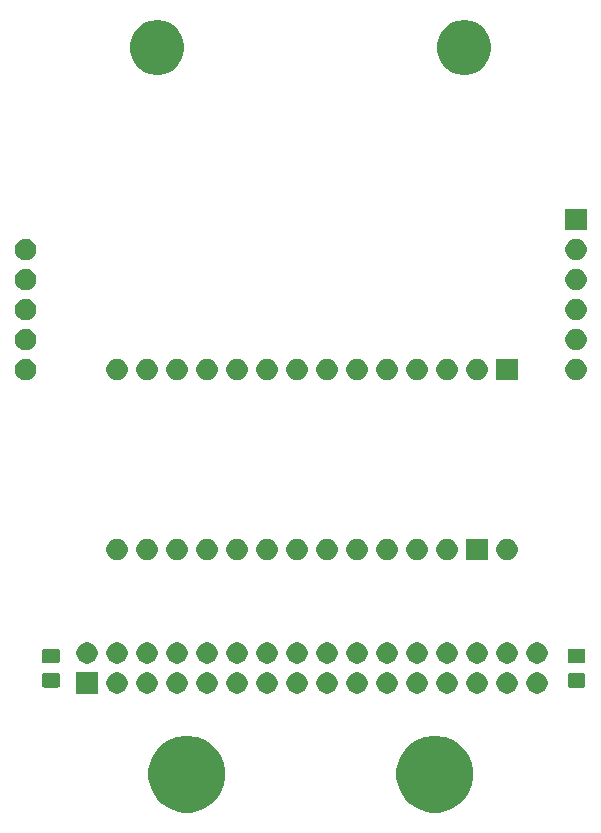
<source format=gbr>
G04 #@! TF.GenerationSoftware,KiCad,Pcbnew,(5.1.5)-3*
G04 #@! TF.CreationDate,2022-01-30T10:55:24+01:00*
G04 #@! TF.ProjectId,pcb,7063622e-6b69-4636-9164-5f7063625858,rev?*
G04 #@! TF.SameCoordinates,Original*
G04 #@! TF.FileFunction,Soldermask,Top*
G04 #@! TF.FilePolarity,Negative*
%FSLAX46Y46*%
G04 Gerber Fmt 4.6, Leading zero omitted, Abs format (unit mm)*
G04 Created by KiCad (PCBNEW (5.1.5)-3) date 2022-01-30 10:55:24*
%MOMM*%
%LPD*%
G04 APERTURE LIST*
%ADD10C,0.100000*%
G04 APERTURE END LIST*
D10*
G36*
X73634239Y-133311467D02*
G01*
X73948282Y-133373934D01*
X74539926Y-133619001D01*
X75072392Y-133974784D01*
X75525216Y-134427608D01*
X75880999Y-134960074D01*
X76126066Y-135551718D01*
X76251000Y-136179804D01*
X76251000Y-136820196D01*
X76126066Y-137448282D01*
X75880999Y-138039926D01*
X75525216Y-138572392D01*
X75072392Y-139025216D01*
X74539926Y-139380999D01*
X73948282Y-139626066D01*
X73634239Y-139688533D01*
X73320197Y-139751000D01*
X72679803Y-139751000D01*
X72365761Y-139688533D01*
X72051718Y-139626066D01*
X71460074Y-139380999D01*
X70927608Y-139025216D01*
X70474784Y-138572392D01*
X70119001Y-138039926D01*
X69873934Y-137448282D01*
X69749000Y-136820196D01*
X69749000Y-136179804D01*
X69873934Y-135551718D01*
X70119001Y-134960074D01*
X70474784Y-134427608D01*
X70927608Y-133974784D01*
X71460074Y-133619001D01*
X72051718Y-133373934D01*
X72365761Y-133311467D01*
X72679803Y-133249000D01*
X73320197Y-133249000D01*
X73634239Y-133311467D01*
G37*
G36*
X52634239Y-133311467D02*
G01*
X52948282Y-133373934D01*
X53539926Y-133619001D01*
X54072392Y-133974784D01*
X54525216Y-134427608D01*
X54880999Y-134960074D01*
X55126066Y-135551718D01*
X55251000Y-136179804D01*
X55251000Y-136820196D01*
X55126066Y-137448282D01*
X54880999Y-138039926D01*
X54525216Y-138572392D01*
X54072392Y-139025216D01*
X53539926Y-139380999D01*
X52948282Y-139626066D01*
X52634239Y-139688533D01*
X52320197Y-139751000D01*
X51679803Y-139751000D01*
X51365761Y-139688533D01*
X51051718Y-139626066D01*
X50460074Y-139380999D01*
X49927608Y-139025216D01*
X49474784Y-138572392D01*
X49119001Y-138039926D01*
X48873934Y-137448282D01*
X48749000Y-136820196D01*
X48749000Y-136179804D01*
X48873934Y-135551718D01*
X49119001Y-134960074D01*
X49474784Y-134427608D01*
X49927608Y-133974784D01*
X50460074Y-133619001D01*
X51051718Y-133373934D01*
X51365761Y-133311467D01*
X51679803Y-133249000D01*
X52320197Y-133249000D01*
X52634239Y-133311467D01*
G37*
G36*
X56374512Y-127881927D02*
G01*
X56523812Y-127911624D01*
X56687784Y-127979544D01*
X56835354Y-128078147D01*
X56960853Y-128203646D01*
X57059456Y-128351216D01*
X57127376Y-128515188D01*
X57162000Y-128689259D01*
X57162000Y-128866741D01*
X57127376Y-129040812D01*
X57059456Y-129204784D01*
X56960853Y-129352354D01*
X56835354Y-129477853D01*
X56687784Y-129576456D01*
X56523812Y-129644376D01*
X56374512Y-129674073D01*
X56349742Y-129679000D01*
X56172258Y-129679000D01*
X56147488Y-129674073D01*
X55998188Y-129644376D01*
X55834216Y-129576456D01*
X55686646Y-129477853D01*
X55561147Y-129352354D01*
X55462544Y-129204784D01*
X55394624Y-129040812D01*
X55360000Y-128866741D01*
X55360000Y-128689259D01*
X55394624Y-128515188D01*
X55462544Y-128351216D01*
X55561147Y-128203646D01*
X55686646Y-128078147D01*
X55834216Y-127979544D01*
X55998188Y-127911624D01*
X56147488Y-127881927D01*
X56172258Y-127877000D01*
X56349742Y-127877000D01*
X56374512Y-127881927D01*
G37*
G36*
X79234512Y-127881927D02*
G01*
X79383812Y-127911624D01*
X79547784Y-127979544D01*
X79695354Y-128078147D01*
X79820853Y-128203646D01*
X79919456Y-128351216D01*
X79987376Y-128515188D01*
X80022000Y-128689259D01*
X80022000Y-128866741D01*
X79987376Y-129040812D01*
X79919456Y-129204784D01*
X79820853Y-129352354D01*
X79695354Y-129477853D01*
X79547784Y-129576456D01*
X79383812Y-129644376D01*
X79234512Y-129674073D01*
X79209742Y-129679000D01*
X79032258Y-129679000D01*
X79007488Y-129674073D01*
X78858188Y-129644376D01*
X78694216Y-129576456D01*
X78546646Y-129477853D01*
X78421147Y-129352354D01*
X78322544Y-129204784D01*
X78254624Y-129040812D01*
X78220000Y-128866741D01*
X78220000Y-128689259D01*
X78254624Y-128515188D01*
X78322544Y-128351216D01*
X78421147Y-128203646D01*
X78546646Y-128078147D01*
X78694216Y-127979544D01*
X78858188Y-127911624D01*
X79007488Y-127881927D01*
X79032258Y-127877000D01*
X79209742Y-127877000D01*
X79234512Y-127881927D01*
G37*
G36*
X46214512Y-127881927D02*
G01*
X46363812Y-127911624D01*
X46527784Y-127979544D01*
X46675354Y-128078147D01*
X46800853Y-128203646D01*
X46899456Y-128351216D01*
X46967376Y-128515188D01*
X47002000Y-128689259D01*
X47002000Y-128866741D01*
X46967376Y-129040812D01*
X46899456Y-129204784D01*
X46800853Y-129352354D01*
X46675354Y-129477853D01*
X46527784Y-129576456D01*
X46363812Y-129644376D01*
X46214512Y-129674073D01*
X46189742Y-129679000D01*
X46012258Y-129679000D01*
X45987488Y-129674073D01*
X45838188Y-129644376D01*
X45674216Y-129576456D01*
X45526646Y-129477853D01*
X45401147Y-129352354D01*
X45302544Y-129204784D01*
X45234624Y-129040812D01*
X45200000Y-128866741D01*
X45200000Y-128689259D01*
X45234624Y-128515188D01*
X45302544Y-128351216D01*
X45401147Y-128203646D01*
X45526646Y-128078147D01*
X45674216Y-127979544D01*
X45838188Y-127911624D01*
X45987488Y-127881927D01*
X46012258Y-127877000D01*
X46189742Y-127877000D01*
X46214512Y-127881927D01*
G37*
G36*
X76694512Y-127881927D02*
G01*
X76843812Y-127911624D01*
X77007784Y-127979544D01*
X77155354Y-128078147D01*
X77280853Y-128203646D01*
X77379456Y-128351216D01*
X77447376Y-128515188D01*
X77482000Y-128689259D01*
X77482000Y-128866741D01*
X77447376Y-129040812D01*
X77379456Y-129204784D01*
X77280853Y-129352354D01*
X77155354Y-129477853D01*
X77007784Y-129576456D01*
X76843812Y-129644376D01*
X76694512Y-129674073D01*
X76669742Y-129679000D01*
X76492258Y-129679000D01*
X76467488Y-129674073D01*
X76318188Y-129644376D01*
X76154216Y-129576456D01*
X76006646Y-129477853D01*
X75881147Y-129352354D01*
X75782544Y-129204784D01*
X75714624Y-129040812D01*
X75680000Y-128866741D01*
X75680000Y-128689259D01*
X75714624Y-128515188D01*
X75782544Y-128351216D01*
X75881147Y-128203646D01*
X76006646Y-128078147D01*
X76154216Y-127979544D01*
X76318188Y-127911624D01*
X76467488Y-127881927D01*
X76492258Y-127877000D01*
X76669742Y-127877000D01*
X76694512Y-127881927D01*
G37*
G36*
X71614512Y-127881927D02*
G01*
X71763812Y-127911624D01*
X71927784Y-127979544D01*
X72075354Y-128078147D01*
X72200853Y-128203646D01*
X72299456Y-128351216D01*
X72367376Y-128515188D01*
X72402000Y-128689259D01*
X72402000Y-128866741D01*
X72367376Y-129040812D01*
X72299456Y-129204784D01*
X72200853Y-129352354D01*
X72075354Y-129477853D01*
X71927784Y-129576456D01*
X71763812Y-129644376D01*
X71614512Y-129674073D01*
X71589742Y-129679000D01*
X71412258Y-129679000D01*
X71387488Y-129674073D01*
X71238188Y-129644376D01*
X71074216Y-129576456D01*
X70926646Y-129477853D01*
X70801147Y-129352354D01*
X70702544Y-129204784D01*
X70634624Y-129040812D01*
X70600000Y-128866741D01*
X70600000Y-128689259D01*
X70634624Y-128515188D01*
X70702544Y-128351216D01*
X70801147Y-128203646D01*
X70926646Y-128078147D01*
X71074216Y-127979544D01*
X71238188Y-127911624D01*
X71387488Y-127881927D01*
X71412258Y-127877000D01*
X71589742Y-127877000D01*
X71614512Y-127881927D01*
G37*
G36*
X58914512Y-127881927D02*
G01*
X59063812Y-127911624D01*
X59227784Y-127979544D01*
X59375354Y-128078147D01*
X59500853Y-128203646D01*
X59599456Y-128351216D01*
X59667376Y-128515188D01*
X59702000Y-128689259D01*
X59702000Y-128866741D01*
X59667376Y-129040812D01*
X59599456Y-129204784D01*
X59500853Y-129352354D01*
X59375354Y-129477853D01*
X59227784Y-129576456D01*
X59063812Y-129644376D01*
X58914512Y-129674073D01*
X58889742Y-129679000D01*
X58712258Y-129679000D01*
X58687488Y-129674073D01*
X58538188Y-129644376D01*
X58374216Y-129576456D01*
X58226646Y-129477853D01*
X58101147Y-129352354D01*
X58002544Y-129204784D01*
X57934624Y-129040812D01*
X57900000Y-128866741D01*
X57900000Y-128689259D01*
X57934624Y-128515188D01*
X58002544Y-128351216D01*
X58101147Y-128203646D01*
X58226646Y-128078147D01*
X58374216Y-127979544D01*
X58538188Y-127911624D01*
X58687488Y-127881927D01*
X58712258Y-127877000D01*
X58889742Y-127877000D01*
X58914512Y-127881927D01*
G37*
G36*
X53834512Y-127881927D02*
G01*
X53983812Y-127911624D01*
X54147784Y-127979544D01*
X54295354Y-128078147D01*
X54420853Y-128203646D01*
X54519456Y-128351216D01*
X54587376Y-128515188D01*
X54622000Y-128689259D01*
X54622000Y-128866741D01*
X54587376Y-129040812D01*
X54519456Y-129204784D01*
X54420853Y-129352354D01*
X54295354Y-129477853D01*
X54147784Y-129576456D01*
X53983812Y-129644376D01*
X53834512Y-129674073D01*
X53809742Y-129679000D01*
X53632258Y-129679000D01*
X53607488Y-129674073D01*
X53458188Y-129644376D01*
X53294216Y-129576456D01*
X53146646Y-129477853D01*
X53021147Y-129352354D01*
X52922544Y-129204784D01*
X52854624Y-129040812D01*
X52820000Y-128866741D01*
X52820000Y-128689259D01*
X52854624Y-128515188D01*
X52922544Y-128351216D01*
X53021147Y-128203646D01*
X53146646Y-128078147D01*
X53294216Y-127979544D01*
X53458188Y-127911624D01*
X53607488Y-127881927D01*
X53632258Y-127877000D01*
X53809742Y-127877000D01*
X53834512Y-127881927D01*
G37*
G36*
X48754512Y-127881927D02*
G01*
X48903812Y-127911624D01*
X49067784Y-127979544D01*
X49215354Y-128078147D01*
X49340853Y-128203646D01*
X49439456Y-128351216D01*
X49507376Y-128515188D01*
X49542000Y-128689259D01*
X49542000Y-128866741D01*
X49507376Y-129040812D01*
X49439456Y-129204784D01*
X49340853Y-129352354D01*
X49215354Y-129477853D01*
X49067784Y-129576456D01*
X48903812Y-129644376D01*
X48754512Y-129674073D01*
X48729742Y-129679000D01*
X48552258Y-129679000D01*
X48527488Y-129674073D01*
X48378188Y-129644376D01*
X48214216Y-129576456D01*
X48066646Y-129477853D01*
X47941147Y-129352354D01*
X47842544Y-129204784D01*
X47774624Y-129040812D01*
X47740000Y-128866741D01*
X47740000Y-128689259D01*
X47774624Y-128515188D01*
X47842544Y-128351216D01*
X47941147Y-128203646D01*
X48066646Y-128078147D01*
X48214216Y-127979544D01*
X48378188Y-127911624D01*
X48527488Y-127881927D01*
X48552258Y-127877000D01*
X48729742Y-127877000D01*
X48754512Y-127881927D01*
G37*
G36*
X74154512Y-127881927D02*
G01*
X74303812Y-127911624D01*
X74467784Y-127979544D01*
X74615354Y-128078147D01*
X74740853Y-128203646D01*
X74839456Y-128351216D01*
X74907376Y-128515188D01*
X74942000Y-128689259D01*
X74942000Y-128866741D01*
X74907376Y-129040812D01*
X74839456Y-129204784D01*
X74740853Y-129352354D01*
X74615354Y-129477853D01*
X74467784Y-129576456D01*
X74303812Y-129644376D01*
X74154512Y-129674073D01*
X74129742Y-129679000D01*
X73952258Y-129679000D01*
X73927488Y-129674073D01*
X73778188Y-129644376D01*
X73614216Y-129576456D01*
X73466646Y-129477853D01*
X73341147Y-129352354D01*
X73242544Y-129204784D01*
X73174624Y-129040812D01*
X73140000Y-128866741D01*
X73140000Y-128689259D01*
X73174624Y-128515188D01*
X73242544Y-128351216D01*
X73341147Y-128203646D01*
X73466646Y-128078147D01*
X73614216Y-127979544D01*
X73778188Y-127911624D01*
X73927488Y-127881927D01*
X73952258Y-127877000D01*
X74129742Y-127877000D01*
X74154512Y-127881927D01*
G37*
G36*
X81774512Y-127881927D02*
G01*
X81923812Y-127911624D01*
X82087784Y-127979544D01*
X82235354Y-128078147D01*
X82360853Y-128203646D01*
X82459456Y-128351216D01*
X82527376Y-128515188D01*
X82562000Y-128689259D01*
X82562000Y-128866741D01*
X82527376Y-129040812D01*
X82459456Y-129204784D01*
X82360853Y-129352354D01*
X82235354Y-129477853D01*
X82087784Y-129576456D01*
X81923812Y-129644376D01*
X81774512Y-129674073D01*
X81749742Y-129679000D01*
X81572258Y-129679000D01*
X81547488Y-129674073D01*
X81398188Y-129644376D01*
X81234216Y-129576456D01*
X81086646Y-129477853D01*
X80961147Y-129352354D01*
X80862544Y-129204784D01*
X80794624Y-129040812D01*
X80760000Y-128866741D01*
X80760000Y-128689259D01*
X80794624Y-128515188D01*
X80862544Y-128351216D01*
X80961147Y-128203646D01*
X81086646Y-128078147D01*
X81234216Y-127979544D01*
X81398188Y-127911624D01*
X81547488Y-127881927D01*
X81572258Y-127877000D01*
X81749742Y-127877000D01*
X81774512Y-127881927D01*
G37*
G36*
X63994512Y-127881927D02*
G01*
X64143812Y-127911624D01*
X64307784Y-127979544D01*
X64455354Y-128078147D01*
X64580853Y-128203646D01*
X64679456Y-128351216D01*
X64747376Y-128515188D01*
X64782000Y-128689259D01*
X64782000Y-128866741D01*
X64747376Y-129040812D01*
X64679456Y-129204784D01*
X64580853Y-129352354D01*
X64455354Y-129477853D01*
X64307784Y-129576456D01*
X64143812Y-129644376D01*
X63994512Y-129674073D01*
X63969742Y-129679000D01*
X63792258Y-129679000D01*
X63767488Y-129674073D01*
X63618188Y-129644376D01*
X63454216Y-129576456D01*
X63306646Y-129477853D01*
X63181147Y-129352354D01*
X63082544Y-129204784D01*
X63014624Y-129040812D01*
X62980000Y-128866741D01*
X62980000Y-128689259D01*
X63014624Y-128515188D01*
X63082544Y-128351216D01*
X63181147Y-128203646D01*
X63306646Y-128078147D01*
X63454216Y-127979544D01*
X63618188Y-127911624D01*
X63767488Y-127881927D01*
X63792258Y-127877000D01*
X63969742Y-127877000D01*
X63994512Y-127881927D01*
G37*
G36*
X51294512Y-127881927D02*
G01*
X51443812Y-127911624D01*
X51607784Y-127979544D01*
X51755354Y-128078147D01*
X51880853Y-128203646D01*
X51979456Y-128351216D01*
X52047376Y-128515188D01*
X52082000Y-128689259D01*
X52082000Y-128866741D01*
X52047376Y-129040812D01*
X51979456Y-129204784D01*
X51880853Y-129352354D01*
X51755354Y-129477853D01*
X51607784Y-129576456D01*
X51443812Y-129644376D01*
X51294512Y-129674073D01*
X51269742Y-129679000D01*
X51092258Y-129679000D01*
X51067488Y-129674073D01*
X50918188Y-129644376D01*
X50754216Y-129576456D01*
X50606646Y-129477853D01*
X50481147Y-129352354D01*
X50382544Y-129204784D01*
X50314624Y-129040812D01*
X50280000Y-128866741D01*
X50280000Y-128689259D01*
X50314624Y-128515188D01*
X50382544Y-128351216D01*
X50481147Y-128203646D01*
X50606646Y-128078147D01*
X50754216Y-127979544D01*
X50918188Y-127911624D01*
X51067488Y-127881927D01*
X51092258Y-127877000D01*
X51269742Y-127877000D01*
X51294512Y-127881927D01*
G37*
G36*
X44462000Y-129679000D02*
G01*
X42660000Y-129679000D01*
X42660000Y-127877000D01*
X44462000Y-127877000D01*
X44462000Y-129679000D01*
G37*
G36*
X69074512Y-127881927D02*
G01*
X69223812Y-127911624D01*
X69387784Y-127979544D01*
X69535354Y-128078147D01*
X69660853Y-128203646D01*
X69759456Y-128351216D01*
X69827376Y-128515188D01*
X69862000Y-128689259D01*
X69862000Y-128866741D01*
X69827376Y-129040812D01*
X69759456Y-129204784D01*
X69660853Y-129352354D01*
X69535354Y-129477853D01*
X69387784Y-129576456D01*
X69223812Y-129644376D01*
X69074512Y-129674073D01*
X69049742Y-129679000D01*
X68872258Y-129679000D01*
X68847488Y-129674073D01*
X68698188Y-129644376D01*
X68534216Y-129576456D01*
X68386646Y-129477853D01*
X68261147Y-129352354D01*
X68162544Y-129204784D01*
X68094624Y-129040812D01*
X68060000Y-128866741D01*
X68060000Y-128689259D01*
X68094624Y-128515188D01*
X68162544Y-128351216D01*
X68261147Y-128203646D01*
X68386646Y-128078147D01*
X68534216Y-127979544D01*
X68698188Y-127911624D01*
X68847488Y-127881927D01*
X68872258Y-127877000D01*
X69049742Y-127877000D01*
X69074512Y-127881927D01*
G37*
G36*
X61454512Y-127881927D02*
G01*
X61603812Y-127911624D01*
X61767784Y-127979544D01*
X61915354Y-128078147D01*
X62040853Y-128203646D01*
X62139456Y-128351216D01*
X62207376Y-128515188D01*
X62242000Y-128689259D01*
X62242000Y-128866741D01*
X62207376Y-129040812D01*
X62139456Y-129204784D01*
X62040853Y-129352354D01*
X61915354Y-129477853D01*
X61767784Y-129576456D01*
X61603812Y-129644376D01*
X61454512Y-129674073D01*
X61429742Y-129679000D01*
X61252258Y-129679000D01*
X61227488Y-129674073D01*
X61078188Y-129644376D01*
X60914216Y-129576456D01*
X60766646Y-129477853D01*
X60641147Y-129352354D01*
X60542544Y-129204784D01*
X60474624Y-129040812D01*
X60440000Y-128866741D01*
X60440000Y-128689259D01*
X60474624Y-128515188D01*
X60542544Y-128351216D01*
X60641147Y-128203646D01*
X60766646Y-128078147D01*
X60914216Y-127979544D01*
X61078188Y-127911624D01*
X61227488Y-127881927D01*
X61252258Y-127877000D01*
X61429742Y-127877000D01*
X61454512Y-127881927D01*
G37*
G36*
X66534512Y-127881927D02*
G01*
X66683812Y-127911624D01*
X66847784Y-127979544D01*
X66995354Y-128078147D01*
X67120853Y-128203646D01*
X67219456Y-128351216D01*
X67287376Y-128515188D01*
X67322000Y-128689259D01*
X67322000Y-128866741D01*
X67287376Y-129040812D01*
X67219456Y-129204784D01*
X67120853Y-129352354D01*
X66995354Y-129477853D01*
X66847784Y-129576456D01*
X66683812Y-129644376D01*
X66534512Y-129674073D01*
X66509742Y-129679000D01*
X66332258Y-129679000D01*
X66307488Y-129674073D01*
X66158188Y-129644376D01*
X65994216Y-129576456D01*
X65846646Y-129477853D01*
X65721147Y-129352354D01*
X65622544Y-129204784D01*
X65554624Y-129040812D01*
X65520000Y-128866741D01*
X65520000Y-128689259D01*
X65554624Y-128515188D01*
X65622544Y-128351216D01*
X65721147Y-128203646D01*
X65846646Y-128078147D01*
X65994216Y-127979544D01*
X66158188Y-127911624D01*
X66307488Y-127881927D01*
X66332258Y-127877000D01*
X66509742Y-127877000D01*
X66534512Y-127881927D01*
G37*
G36*
X41088674Y-127928465D02*
G01*
X41126367Y-127939899D01*
X41161103Y-127958466D01*
X41191548Y-127983452D01*
X41216534Y-128013897D01*
X41235101Y-128048633D01*
X41246535Y-128086326D01*
X41251000Y-128131661D01*
X41251000Y-128968339D01*
X41246535Y-129013674D01*
X41235101Y-129051367D01*
X41216534Y-129086103D01*
X41191548Y-129116548D01*
X41161103Y-129141534D01*
X41126367Y-129160101D01*
X41088674Y-129171535D01*
X41043339Y-129176000D01*
X39956661Y-129176000D01*
X39911326Y-129171535D01*
X39873633Y-129160101D01*
X39838897Y-129141534D01*
X39808452Y-129116548D01*
X39783466Y-129086103D01*
X39764899Y-129051367D01*
X39753465Y-129013674D01*
X39749000Y-128968339D01*
X39749000Y-128131661D01*
X39753465Y-128086326D01*
X39764899Y-128048633D01*
X39783466Y-128013897D01*
X39808452Y-127983452D01*
X39838897Y-127958466D01*
X39873633Y-127939899D01*
X39911326Y-127928465D01*
X39956661Y-127924000D01*
X41043339Y-127924000D01*
X41088674Y-127928465D01*
G37*
G36*
X85588674Y-127928465D02*
G01*
X85626367Y-127939899D01*
X85661103Y-127958466D01*
X85691548Y-127983452D01*
X85716534Y-128013897D01*
X85735101Y-128048633D01*
X85746535Y-128086326D01*
X85751000Y-128131661D01*
X85751000Y-128968339D01*
X85746535Y-129013674D01*
X85735101Y-129051367D01*
X85716534Y-129086103D01*
X85691548Y-129116548D01*
X85661103Y-129141534D01*
X85626367Y-129160101D01*
X85588674Y-129171535D01*
X85543339Y-129176000D01*
X84456661Y-129176000D01*
X84411326Y-129171535D01*
X84373633Y-129160101D01*
X84338897Y-129141534D01*
X84308452Y-129116548D01*
X84283466Y-129086103D01*
X84264899Y-129051367D01*
X84253465Y-129013674D01*
X84249000Y-128968339D01*
X84249000Y-128131661D01*
X84253465Y-128086326D01*
X84264899Y-128048633D01*
X84283466Y-128013897D01*
X84308452Y-127983452D01*
X84338897Y-127958466D01*
X84373633Y-127939899D01*
X84411326Y-127928465D01*
X84456661Y-127924000D01*
X85543339Y-127924000D01*
X85588674Y-127928465D01*
G37*
G36*
X81774512Y-125341927D02*
G01*
X81923812Y-125371624D01*
X82087784Y-125439544D01*
X82235354Y-125538147D01*
X82360853Y-125663646D01*
X82459456Y-125811216D01*
X82527376Y-125975188D01*
X82562000Y-126149259D01*
X82562000Y-126326741D01*
X82527376Y-126500812D01*
X82459456Y-126664784D01*
X82360853Y-126812354D01*
X82235354Y-126937853D01*
X82087784Y-127036456D01*
X81923812Y-127104376D01*
X81774512Y-127134073D01*
X81749742Y-127139000D01*
X81572258Y-127139000D01*
X81547488Y-127134073D01*
X81398188Y-127104376D01*
X81234216Y-127036456D01*
X81086646Y-126937853D01*
X80961147Y-126812354D01*
X80862544Y-126664784D01*
X80794624Y-126500812D01*
X80760000Y-126326741D01*
X80760000Y-126149259D01*
X80794624Y-125975188D01*
X80862544Y-125811216D01*
X80961147Y-125663646D01*
X81086646Y-125538147D01*
X81234216Y-125439544D01*
X81398188Y-125371624D01*
X81547488Y-125341927D01*
X81572258Y-125337000D01*
X81749742Y-125337000D01*
X81774512Y-125341927D01*
G37*
G36*
X43674512Y-125341927D02*
G01*
X43823812Y-125371624D01*
X43987784Y-125439544D01*
X44135354Y-125538147D01*
X44260853Y-125663646D01*
X44359456Y-125811216D01*
X44427376Y-125975188D01*
X44462000Y-126149259D01*
X44462000Y-126326741D01*
X44427376Y-126500812D01*
X44359456Y-126664784D01*
X44260853Y-126812354D01*
X44135354Y-126937853D01*
X43987784Y-127036456D01*
X43823812Y-127104376D01*
X43674512Y-127134073D01*
X43649742Y-127139000D01*
X43472258Y-127139000D01*
X43447488Y-127134073D01*
X43298188Y-127104376D01*
X43134216Y-127036456D01*
X42986646Y-126937853D01*
X42861147Y-126812354D01*
X42762544Y-126664784D01*
X42694624Y-126500812D01*
X42660000Y-126326741D01*
X42660000Y-126149259D01*
X42694624Y-125975188D01*
X42762544Y-125811216D01*
X42861147Y-125663646D01*
X42986646Y-125538147D01*
X43134216Y-125439544D01*
X43298188Y-125371624D01*
X43447488Y-125341927D01*
X43472258Y-125337000D01*
X43649742Y-125337000D01*
X43674512Y-125341927D01*
G37*
G36*
X46214512Y-125341927D02*
G01*
X46363812Y-125371624D01*
X46527784Y-125439544D01*
X46675354Y-125538147D01*
X46800853Y-125663646D01*
X46899456Y-125811216D01*
X46967376Y-125975188D01*
X47002000Y-126149259D01*
X47002000Y-126326741D01*
X46967376Y-126500812D01*
X46899456Y-126664784D01*
X46800853Y-126812354D01*
X46675354Y-126937853D01*
X46527784Y-127036456D01*
X46363812Y-127104376D01*
X46214512Y-127134073D01*
X46189742Y-127139000D01*
X46012258Y-127139000D01*
X45987488Y-127134073D01*
X45838188Y-127104376D01*
X45674216Y-127036456D01*
X45526646Y-126937853D01*
X45401147Y-126812354D01*
X45302544Y-126664784D01*
X45234624Y-126500812D01*
X45200000Y-126326741D01*
X45200000Y-126149259D01*
X45234624Y-125975188D01*
X45302544Y-125811216D01*
X45401147Y-125663646D01*
X45526646Y-125538147D01*
X45674216Y-125439544D01*
X45838188Y-125371624D01*
X45987488Y-125341927D01*
X46012258Y-125337000D01*
X46189742Y-125337000D01*
X46214512Y-125341927D01*
G37*
G36*
X48754512Y-125341927D02*
G01*
X48903812Y-125371624D01*
X49067784Y-125439544D01*
X49215354Y-125538147D01*
X49340853Y-125663646D01*
X49439456Y-125811216D01*
X49507376Y-125975188D01*
X49542000Y-126149259D01*
X49542000Y-126326741D01*
X49507376Y-126500812D01*
X49439456Y-126664784D01*
X49340853Y-126812354D01*
X49215354Y-126937853D01*
X49067784Y-127036456D01*
X48903812Y-127104376D01*
X48754512Y-127134073D01*
X48729742Y-127139000D01*
X48552258Y-127139000D01*
X48527488Y-127134073D01*
X48378188Y-127104376D01*
X48214216Y-127036456D01*
X48066646Y-126937853D01*
X47941147Y-126812354D01*
X47842544Y-126664784D01*
X47774624Y-126500812D01*
X47740000Y-126326741D01*
X47740000Y-126149259D01*
X47774624Y-125975188D01*
X47842544Y-125811216D01*
X47941147Y-125663646D01*
X48066646Y-125538147D01*
X48214216Y-125439544D01*
X48378188Y-125371624D01*
X48527488Y-125341927D01*
X48552258Y-125337000D01*
X48729742Y-125337000D01*
X48754512Y-125341927D01*
G37*
G36*
X51294512Y-125341927D02*
G01*
X51443812Y-125371624D01*
X51607784Y-125439544D01*
X51755354Y-125538147D01*
X51880853Y-125663646D01*
X51979456Y-125811216D01*
X52047376Y-125975188D01*
X52082000Y-126149259D01*
X52082000Y-126326741D01*
X52047376Y-126500812D01*
X51979456Y-126664784D01*
X51880853Y-126812354D01*
X51755354Y-126937853D01*
X51607784Y-127036456D01*
X51443812Y-127104376D01*
X51294512Y-127134073D01*
X51269742Y-127139000D01*
X51092258Y-127139000D01*
X51067488Y-127134073D01*
X50918188Y-127104376D01*
X50754216Y-127036456D01*
X50606646Y-126937853D01*
X50481147Y-126812354D01*
X50382544Y-126664784D01*
X50314624Y-126500812D01*
X50280000Y-126326741D01*
X50280000Y-126149259D01*
X50314624Y-125975188D01*
X50382544Y-125811216D01*
X50481147Y-125663646D01*
X50606646Y-125538147D01*
X50754216Y-125439544D01*
X50918188Y-125371624D01*
X51067488Y-125341927D01*
X51092258Y-125337000D01*
X51269742Y-125337000D01*
X51294512Y-125341927D01*
G37*
G36*
X53834512Y-125341927D02*
G01*
X53983812Y-125371624D01*
X54147784Y-125439544D01*
X54295354Y-125538147D01*
X54420853Y-125663646D01*
X54519456Y-125811216D01*
X54587376Y-125975188D01*
X54622000Y-126149259D01*
X54622000Y-126326741D01*
X54587376Y-126500812D01*
X54519456Y-126664784D01*
X54420853Y-126812354D01*
X54295354Y-126937853D01*
X54147784Y-127036456D01*
X53983812Y-127104376D01*
X53834512Y-127134073D01*
X53809742Y-127139000D01*
X53632258Y-127139000D01*
X53607488Y-127134073D01*
X53458188Y-127104376D01*
X53294216Y-127036456D01*
X53146646Y-126937853D01*
X53021147Y-126812354D01*
X52922544Y-126664784D01*
X52854624Y-126500812D01*
X52820000Y-126326741D01*
X52820000Y-126149259D01*
X52854624Y-125975188D01*
X52922544Y-125811216D01*
X53021147Y-125663646D01*
X53146646Y-125538147D01*
X53294216Y-125439544D01*
X53458188Y-125371624D01*
X53607488Y-125341927D01*
X53632258Y-125337000D01*
X53809742Y-125337000D01*
X53834512Y-125341927D01*
G37*
G36*
X56374512Y-125341927D02*
G01*
X56523812Y-125371624D01*
X56687784Y-125439544D01*
X56835354Y-125538147D01*
X56960853Y-125663646D01*
X57059456Y-125811216D01*
X57127376Y-125975188D01*
X57162000Y-126149259D01*
X57162000Y-126326741D01*
X57127376Y-126500812D01*
X57059456Y-126664784D01*
X56960853Y-126812354D01*
X56835354Y-126937853D01*
X56687784Y-127036456D01*
X56523812Y-127104376D01*
X56374512Y-127134073D01*
X56349742Y-127139000D01*
X56172258Y-127139000D01*
X56147488Y-127134073D01*
X55998188Y-127104376D01*
X55834216Y-127036456D01*
X55686646Y-126937853D01*
X55561147Y-126812354D01*
X55462544Y-126664784D01*
X55394624Y-126500812D01*
X55360000Y-126326741D01*
X55360000Y-126149259D01*
X55394624Y-125975188D01*
X55462544Y-125811216D01*
X55561147Y-125663646D01*
X55686646Y-125538147D01*
X55834216Y-125439544D01*
X55998188Y-125371624D01*
X56147488Y-125341927D01*
X56172258Y-125337000D01*
X56349742Y-125337000D01*
X56374512Y-125341927D01*
G37*
G36*
X58914512Y-125341927D02*
G01*
X59063812Y-125371624D01*
X59227784Y-125439544D01*
X59375354Y-125538147D01*
X59500853Y-125663646D01*
X59599456Y-125811216D01*
X59667376Y-125975188D01*
X59702000Y-126149259D01*
X59702000Y-126326741D01*
X59667376Y-126500812D01*
X59599456Y-126664784D01*
X59500853Y-126812354D01*
X59375354Y-126937853D01*
X59227784Y-127036456D01*
X59063812Y-127104376D01*
X58914512Y-127134073D01*
X58889742Y-127139000D01*
X58712258Y-127139000D01*
X58687488Y-127134073D01*
X58538188Y-127104376D01*
X58374216Y-127036456D01*
X58226646Y-126937853D01*
X58101147Y-126812354D01*
X58002544Y-126664784D01*
X57934624Y-126500812D01*
X57900000Y-126326741D01*
X57900000Y-126149259D01*
X57934624Y-125975188D01*
X58002544Y-125811216D01*
X58101147Y-125663646D01*
X58226646Y-125538147D01*
X58374216Y-125439544D01*
X58538188Y-125371624D01*
X58687488Y-125341927D01*
X58712258Y-125337000D01*
X58889742Y-125337000D01*
X58914512Y-125341927D01*
G37*
G36*
X63994512Y-125341927D02*
G01*
X64143812Y-125371624D01*
X64307784Y-125439544D01*
X64455354Y-125538147D01*
X64580853Y-125663646D01*
X64679456Y-125811216D01*
X64747376Y-125975188D01*
X64782000Y-126149259D01*
X64782000Y-126326741D01*
X64747376Y-126500812D01*
X64679456Y-126664784D01*
X64580853Y-126812354D01*
X64455354Y-126937853D01*
X64307784Y-127036456D01*
X64143812Y-127104376D01*
X63994512Y-127134073D01*
X63969742Y-127139000D01*
X63792258Y-127139000D01*
X63767488Y-127134073D01*
X63618188Y-127104376D01*
X63454216Y-127036456D01*
X63306646Y-126937853D01*
X63181147Y-126812354D01*
X63082544Y-126664784D01*
X63014624Y-126500812D01*
X62980000Y-126326741D01*
X62980000Y-126149259D01*
X63014624Y-125975188D01*
X63082544Y-125811216D01*
X63181147Y-125663646D01*
X63306646Y-125538147D01*
X63454216Y-125439544D01*
X63618188Y-125371624D01*
X63767488Y-125341927D01*
X63792258Y-125337000D01*
X63969742Y-125337000D01*
X63994512Y-125341927D01*
G37*
G36*
X66534512Y-125341927D02*
G01*
X66683812Y-125371624D01*
X66847784Y-125439544D01*
X66995354Y-125538147D01*
X67120853Y-125663646D01*
X67219456Y-125811216D01*
X67287376Y-125975188D01*
X67322000Y-126149259D01*
X67322000Y-126326741D01*
X67287376Y-126500812D01*
X67219456Y-126664784D01*
X67120853Y-126812354D01*
X66995354Y-126937853D01*
X66847784Y-127036456D01*
X66683812Y-127104376D01*
X66534512Y-127134073D01*
X66509742Y-127139000D01*
X66332258Y-127139000D01*
X66307488Y-127134073D01*
X66158188Y-127104376D01*
X65994216Y-127036456D01*
X65846646Y-126937853D01*
X65721147Y-126812354D01*
X65622544Y-126664784D01*
X65554624Y-126500812D01*
X65520000Y-126326741D01*
X65520000Y-126149259D01*
X65554624Y-125975188D01*
X65622544Y-125811216D01*
X65721147Y-125663646D01*
X65846646Y-125538147D01*
X65994216Y-125439544D01*
X66158188Y-125371624D01*
X66307488Y-125341927D01*
X66332258Y-125337000D01*
X66509742Y-125337000D01*
X66534512Y-125341927D01*
G37*
G36*
X69074512Y-125341927D02*
G01*
X69223812Y-125371624D01*
X69387784Y-125439544D01*
X69535354Y-125538147D01*
X69660853Y-125663646D01*
X69759456Y-125811216D01*
X69827376Y-125975188D01*
X69862000Y-126149259D01*
X69862000Y-126326741D01*
X69827376Y-126500812D01*
X69759456Y-126664784D01*
X69660853Y-126812354D01*
X69535354Y-126937853D01*
X69387784Y-127036456D01*
X69223812Y-127104376D01*
X69074512Y-127134073D01*
X69049742Y-127139000D01*
X68872258Y-127139000D01*
X68847488Y-127134073D01*
X68698188Y-127104376D01*
X68534216Y-127036456D01*
X68386646Y-126937853D01*
X68261147Y-126812354D01*
X68162544Y-126664784D01*
X68094624Y-126500812D01*
X68060000Y-126326741D01*
X68060000Y-126149259D01*
X68094624Y-125975188D01*
X68162544Y-125811216D01*
X68261147Y-125663646D01*
X68386646Y-125538147D01*
X68534216Y-125439544D01*
X68698188Y-125371624D01*
X68847488Y-125341927D01*
X68872258Y-125337000D01*
X69049742Y-125337000D01*
X69074512Y-125341927D01*
G37*
G36*
X74154512Y-125341927D02*
G01*
X74303812Y-125371624D01*
X74467784Y-125439544D01*
X74615354Y-125538147D01*
X74740853Y-125663646D01*
X74839456Y-125811216D01*
X74907376Y-125975188D01*
X74942000Y-126149259D01*
X74942000Y-126326741D01*
X74907376Y-126500812D01*
X74839456Y-126664784D01*
X74740853Y-126812354D01*
X74615354Y-126937853D01*
X74467784Y-127036456D01*
X74303812Y-127104376D01*
X74154512Y-127134073D01*
X74129742Y-127139000D01*
X73952258Y-127139000D01*
X73927488Y-127134073D01*
X73778188Y-127104376D01*
X73614216Y-127036456D01*
X73466646Y-126937853D01*
X73341147Y-126812354D01*
X73242544Y-126664784D01*
X73174624Y-126500812D01*
X73140000Y-126326741D01*
X73140000Y-126149259D01*
X73174624Y-125975188D01*
X73242544Y-125811216D01*
X73341147Y-125663646D01*
X73466646Y-125538147D01*
X73614216Y-125439544D01*
X73778188Y-125371624D01*
X73927488Y-125341927D01*
X73952258Y-125337000D01*
X74129742Y-125337000D01*
X74154512Y-125341927D01*
G37*
G36*
X79234512Y-125341927D02*
G01*
X79383812Y-125371624D01*
X79547784Y-125439544D01*
X79695354Y-125538147D01*
X79820853Y-125663646D01*
X79919456Y-125811216D01*
X79987376Y-125975188D01*
X80022000Y-126149259D01*
X80022000Y-126326741D01*
X79987376Y-126500812D01*
X79919456Y-126664784D01*
X79820853Y-126812354D01*
X79695354Y-126937853D01*
X79547784Y-127036456D01*
X79383812Y-127104376D01*
X79234512Y-127134073D01*
X79209742Y-127139000D01*
X79032258Y-127139000D01*
X79007488Y-127134073D01*
X78858188Y-127104376D01*
X78694216Y-127036456D01*
X78546646Y-126937853D01*
X78421147Y-126812354D01*
X78322544Y-126664784D01*
X78254624Y-126500812D01*
X78220000Y-126326741D01*
X78220000Y-126149259D01*
X78254624Y-125975188D01*
X78322544Y-125811216D01*
X78421147Y-125663646D01*
X78546646Y-125538147D01*
X78694216Y-125439544D01*
X78858188Y-125371624D01*
X79007488Y-125341927D01*
X79032258Y-125337000D01*
X79209742Y-125337000D01*
X79234512Y-125341927D01*
G37*
G36*
X71614512Y-125341927D02*
G01*
X71763812Y-125371624D01*
X71927784Y-125439544D01*
X72075354Y-125538147D01*
X72200853Y-125663646D01*
X72299456Y-125811216D01*
X72367376Y-125975188D01*
X72402000Y-126149259D01*
X72402000Y-126326741D01*
X72367376Y-126500812D01*
X72299456Y-126664784D01*
X72200853Y-126812354D01*
X72075354Y-126937853D01*
X71927784Y-127036456D01*
X71763812Y-127104376D01*
X71614512Y-127134073D01*
X71589742Y-127139000D01*
X71412258Y-127139000D01*
X71387488Y-127134073D01*
X71238188Y-127104376D01*
X71074216Y-127036456D01*
X70926646Y-126937853D01*
X70801147Y-126812354D01*
X70702544Y-126664784D01*
X70634624Y-126500812D01*
X70600000Y-126326741D01*
X70600000Y-126149259D01*
X70634624Y-125975188D01*
X70702544Y-125811216D01*
X70801147Y-125663646D01*
X70926646Y-125538147D01*
X71074216Y-125439544D01*
X71238188Y-125371624D01*
X71387488Y-125341927D01*
X71412258Y-125337000D01*
X71589742Y-125337000D01*
X71614512Y-125341927D01*
G37*
G36*
X76694512Y-125341927D02*
G01*
X76843812Y-125371624D01*
X77007784Y-125439544D01*
X77155354Y-125538147D01*
X77280853Y-125663646D01*
X77379456Y-125811216D01*
X77447376Y-125975188D01*
X77482000Y-126149259D01*
X77482000Y-126326741D01*
X77447376Y-126500812D01*
X77379456Y-126664784D01*
X77280853Y-126812354D01*
X77155354Y-126937853D01*
X77007784Y-127036456D01*
X76843812Y-127104376D01*
X76694512Y-127134073D01*
X76669742Y-127139000D01*
X76492258Y-127139000D01*
X76467488Y-127134073D01*
X76318188Y-127104376D01*
X76154216Y-127036456D01*
X76006646Y-126937853D01*
X75881147Y-126812354D01*
X75782544Y-126664784D01*
X75714624Y-126500812D01*
X75680000Y-126326741D01*
X75680000Y-126149259D01*
X75714624Y-125975188D01*
X75782544Y-125811216D01*
X75881147Y-125663646D01*
X76006646Y-125538147D01*
X76154216Y-125439544D01*
X76318188Y-125371624D01*
X76467488Y-125341927D01*
X76492258Y-125337000D01*
X76669742Y-125337000D01*
X76694512Y-125341927D01*
G37*
G36*
X61454512Y-125341927D02*
G01*
X61603812Y-125371624D01*
X61767784Y-125439544D01*
X61915354Y-125538147D01*
X62040853Y-125663646D01*
X62139456Y-125811216D01*
X62207376Y-125975188D01*
X62242000Y-126149259D01*
X62242000Y-126326741D01*
X62207376Y-126500812D01*
X62139456Y-126664784D01*
X62040853Y-126812354D01*
X61915354Y-126937853D01*
X61767784Y-127036456D01*
X61603812Y-127104376D01*
X61454512Y-127134073D01*
X61429742Y-127139000D01*
X61252258Y-127139000D01*
X61227488Y-127134073D01*
X61078188Y-127104376D01*
X60914216Y-127036456D01*
X60766646Y-126937853D01*
X60641147Y-126812354D01*
X60542544Y-126664784D01*
X60474624Y-126500812D01*
X60440000Y-126326741D01*
X60440000Y-126149259D01*
X60474624Y-125975188D01*
X60542544Y-125811216D01*
X60641147Y-125663646D01*
X60766646Y-125538147D01*
X60914216Y-125439544D01*
X61078188Y-125371624D01*
X61227488Y-125341927D01*
X61252258Y-125337000D01*
X61429742Y-125337000D01*
X61454512Y-125341927D01*
G37*
G36*
X85588674Y-125878465D02*
G01*
X85626367Y-125889899D01*
X85661103Y-125908466D01*
X85691548Y-125933452D01*
X85716534Y-125963897D01*
X85735101Y-125998633D01*
X85746535Y-126036326D01*
X85751000Y-126081661D01*
X85751000Y-126918339D01*
X85746535Y-126963674D01*
X85735101Y-127001367D01*
X85716534Y-127036103D01*
X85691548Y-127066548D01*
X85661103Y-127091534D01*
X85626367Y-127110101D01*
X85588674Y-127121535D01*
X85543339Y-127126000D01*
X84456661Y-127126000D01*
X84411326Y-127121535D01*
X84373633Y-127110101D01*
X84338897Y-127091534D01*
X84308452Y-127066548D01*
X84283466Y-127036103D01*
X84264899Y-127001367D01*
X84253465Y-126963674D01*
X84249000Y-126918339D01*
X84249000Y-126081661D01*
X84253465Y-126036326D01*
X84264899Y-125998633D01*
X84283466Y-125963897D01*
X84308452Y-125933452D01*
X84338897Y-125908466D01*
X84373633Y-125889899D01*
X84411326Y-125878465D01*
X84456661Y-125874000D01*
X85543339Y-125874000D01*
X85588674Y-125878465D01*
G37*
G36*
X41088674Y-125878465D02*
G01*
X41126367Y-125889899D01*
X41161103Y-125908466D01*
X41191548Y-125933452D01*
X41216534Y-125963897D01*
X41235101Y-125998633D01*
X41246535Y-126036326D01*
X41251000Y-126081661D01*
X41251000Y-126918339D01*
X41246535Y-126963674D01*
X41235101Y-127001367D01*
X41216534Y-127036103D01*
X41191548Y-127066548D01*
X41161103Y-127091534D01*
X41126367Y-127110101D01*
X41088674Y-127121535D01*
X41043339Y-127126000D01*
X39956661Y-127126000D01*
X39911326Y-127121535D01*
X39873633Y-127110101D01*
X39838897Y-127091534D01*
X39808452Y-127066548D01*
X39783466Y-127036103D01*
X39764899Y-127001367D01*
X39753465Y-126963674D01*
X39749000Y-126918339D01*
X39749000Y-126081661D01*
X39753465Y-126036326D01*
X39764899Y-125998633D01*
X39783466Y-125963897D01*
X39808452Y-125933452D01*
X39838897Y-125908466D01*
X39873633Y-125889899D01*
X39911326Y-125878465D01*
X39956661Y-125874000D01*
X41043339Y-125874000D01*
X41088674Y-125878465D01*
G37*
G36*
X46214512Y-116578927D02*
G01*
X46363812Y-116608624D01*
X46527784Y-116676544D01*
X46675354Y-116775147D01*
X46800853Y-116900646D01*
X46899456Y-117048216D01*
X46967376Y-117212188D01*
X47002000Y-117386259D01*
X47002000Y-117563741D01*
X46967376Y-117737812D01*
X46899456Y-117901784D01*
X46800853Y-118049354D01*
X46675354Y-118174853D01*
X46527784Y-118273456D01*
X46363812Y-118341376D01*
X46214512Y-118371073D01*
X46189742Y-118376000D01*
X46012258Y-118376000D01*
X45987488Y-118371073D01*
X45838188Y-118341376D01*
X45674216Y-118273456D01*
X45526646Y-118174853D01*
X45401147Y-118049354D01*
X45302544Y-117901784D01*
X45234624Y-117737812D01*
X45200000Y-117563741D01*
X45200000Y-117386259D01*
X45234624Y-117212188D01*
X45302544Y-117048216D01*
X45401147Y-116900646D01*
X45526646Y-116775147D01*
X45674216Y-116676544D01*
X45838188Y-116608624D01*
X45987488Y-116578927D01*
X46012258Y-116574000D01*
X46189742Y-116574000D01*
X46214512Y-116578927D01*
G37*
G36*
X71614512Y-116578927D02*
G01*
X71763812Y-116608624D01*
X71927784Y-116676544D01*
X72075354Y-116775147D01*
X72200853Y-116900646D01*
X72299456Y-117048216D01*
X72367376Y-117212188D01*
X72402000Y-117386259D01*
X72402000Y-117563741D01*
X72367376Y-117737812D01*
X72299456Y-117901784D01*
X72200853Y-118049354D01*
X72075354Y-118174853D01*
X71927784Y-118273456D01*
X71763812Y-118341376D01*
X71614512Y-118371073D01*
X71589742Y-118376000D01*
X71412258Y-118376000D01*
X71387488Y-118371073D01*
X71238188Y-118341376D01*
X71074216Y-118273456D01*
X70926646Y-118174853D01*
X70801147Y-118049354D01*
X70702544Y-117901784D01*
X70634624Y-117737812D01*
X70600000Y-117563741D01*
X70600000Y-117386259D01*
X70634624Y-117212188D01*
X70702544Y-117048216D01*
X70801147Y-116900646D01*
X70926646Y-116775147D01*
X71074216Y-116676544D01*
X71238188Y-116608624D01*
X71387488Y-116578927D01*
X71412258Y-116574000D01*
X71589742Y-116574000D01*
X71614512Y-116578927D01*
G37*
G36*
X53834512Y-116578927D02*
G01*
X53983812Y-116608624D01*
X54147784Y-116676544D01*
X54295354Y-116775147D01*
X54420853Y-116900646D01*
X54519456Y-117048216D01*
X54587376Y-117212188D01*
X54622000Y-117386259D01*
X54622000Y-117563741D01*
X54587376Y-117737812D01*
X54519456Y-117901784D01*
X54420853Y-118049354D01*
X54295354Y-118174853D01*
X54147784Y-118273456D01*
X53983812Y-118341376D01*
X53834512Y-118371073D01*
X53809742Y-118376000D01*
X53632258Y-118376000D01*
X53607488Y-118371073D01*
X53458188Y-118341376D01*
X53294216Y-118273456D01*
X53146646Y-118174853D01*
X53021147Y-118049354D01*
X52922544Y-117901784D01*
X52854624Y-117737812D01*
X52820000Y-117563741D01*
X52820000Y-117386259D01*
X52854624Y-117212188D01*
X52922544Y-117048216D01*
X53021147Y-116900646D01*
X53146646Y-116775147D01*
X53294216Y-116676544D01*
X53458188Y-116608624D01*
X53607488Y-116578927D01*
X53632258Y-116574000D01*
X53809742Y-116574000D01*
X53834512Y-116578927D01*
G37*
G36*
X63994512Y-116578927D02*
G01*
X64143812Y-116608624D01*
X64307784Y-116676544D01*
X64455354Y-116775147D01*
X64580853Y-116900646D01*
X64679456Y-117048216D01*
X64747376Y-117212188D01*
X64782000Y-117386259D01*
X64782000Y-117563741D01*
X64747376Y-117737812D01*
X64679456Y-117901784D01*
X64580853Y-118049354D01*
X64455354Y-118174853D01*
X64307784Y-118273456D01*
X64143812Y-118341376D01*
X63994512Y-118371073D01*
X63969742Y-118376000D01*
X63792258Y-118376000D01*
X63767488Y-118371073D01*
X63618188Y-118341376D01*
X63454216Y-118273456D01*
X63306646Y-118174853D01*
X63181147Y-118049354D01*
X63082544Y-117901784D01*
X63014624Y-117737812D01*
X62980000Y-117563741D01*
X62980000Y-117386259D01*
X63014624Y-117212188D01*
X63082544Y-117048216D01*
X63181147Y-116900646D01*
X63306646Y-116775147D01*
X63454216Y-116676544D01*
X63618188Y-116608624D01*
X63767488Y-116578927D01*
X63792258Y-116574000D01*
X63969742Y-116574000D01*
X63994512Y-116578927D01*
G37*
G36*
X69074512Y-116578927D02*
G01*
X69223812Y-116608624D01*
X69387784Y-116676544D01*
X69535354Y-116775147D01*
X69660853Y-116900646D01*
X69759456Y-117048216D01*
X69827376Y-117212188D01*
X69862000Y-117386259D01*
X69862000Y-117563741D01*
X69827376Y-117737812D01*
X69759456Y-117901784D01*
X69660853Y-118049354D01*
X69535354Y-118174853D01*
X69387784Y-118273456D01*
X69223812Y-118341376D01*
X69074512Y-118371073D01*
X69049742Y-118376000D01*
X68872258Y-118376000D01*
X68847488Y-118371073D01*
X68698188Y-118341376D01*
X68534216Y-118273456D01*
X68386646Y-118174853D01*
X68261147Y-118049354D01*
X68162544Y-117901784D01*
X68094624Y-117737812D01*
X68060000Y-117563741D01*
X68060000Y-117386259D01*
X68094624Y-117212188D01*
X68162544Y-117048216D01*
X68261147Y-116900646D01*
X68386646Y-116775147D01*
X68534216Y-116676544D01*
X68698188Y-116608624D01*
X68847488Y-116578927D01*
X68872258Y-116574000D01*
X69049742Y-116574000D01*
X69074512Y-116578927D01*
G37*
G36*
X51294512Y-116578927D02*
G01*
X51443812Y-116608624D01*
X51607784Y-116676544D01*
X51755354Y-116775147D01*
X51880853Y-116900646D01*
X51979456Y-117048216D01*
X52047376Y-117212188D01*
X52082000Y-117386259D01*
X52082000Y-117563741D01*
X52047376Y-117737812D01*
X51979456Y-117901784D01*
X51880853Y-118049354D01*
X51755354Y-118174853D01*
X51607784Y-118273456D01*
X51443812Y-118341376D01*
X51294512Y-118371073D01*
X51269742Y-118376000D01*
X51092258Y-118376000D01*
X51067488Y-118371073D01*
X50918188Y-118341376D01*
X50754216Y-118273456D01*
X50606646Y-118174853D01*
X50481147Y-118049354D01*
X50382544Y-117901784D01*
X50314624Y-117737812D01*
X50280000Y-117563741D01*
X50280000Y-117386259D01*
X50314624Y-117212188D01*
X50382544Y-117048216D01*
X50481147Y-116900646D01*
X50606646Y-116775147D01*
X50754216Y-116676544D01*
X50918188Y-116608624D01*
X51067488Y-116578927D01*
X51092258Y-116574000D01*
X51269742Y-116574000D01*
X51294512Y-116578927D01*
G37*
G36*
X74154512Y-116578927D02*
G01*
X74303812Y-116608624D01*
X74467784Y-116676544D01*
X74615354Y-116775147D01*
X74740853Y-116900646D01*
X74839456Y-117048216D01*
X74907376Y-117212188D01*
X74942000Y-117386259D01*
X74942000Y-117563741D01*
X74907376Y-117737812D01*
X74839456Y-117901784D01*
X74740853Y-118049354D01*
X74615354Y-118174853D01*
X74467784Y-118273456D01*
X74303812Y-118341376D01*
X74154512Y-118371073D01*
X74129742Y-118376000D01*
X73952258Y-118376000D01*
X73927488Y-118371073D01*
X73778188Y-118341376D01*
X73614216Y-118273456D01*
X73466646Y-118174853D01*
X73341147Y-118049354D01*
X73242544Y-117901784D01*
X73174624Y-117737812D01*
X73140000Y-117563741D01*
X73140000Y-117386259D01*
X73174624Y-117212188D01*
X73242544Y-117048216D01*
X73341147Y-116900646D01*
X73466646Y-116775147D01*
X73614216Y-116676544D01*
X73778188Y-116608624D01*
X73927488Y-116578927D01*
X73952258Y-116574000D01*
X74129742Y-116574000D01*
X74154512Y-116578927D01*
G37*
G36*
X66534512Y-116578927D02*
G01*
X66683812Y-116608624D01*
X66847784Y-116676544D01*
X66995354Y-116775147D01*
X67120853Y-116900646D01*
X67219456Y-117048216D01*
X67287376Y-117212188D01*
X67322000Y-117386259D01*
X67322000Y-117563741D01*
X67287376Y-117737812D01*
X67219456Y-117901784D01*
X67120853Y-118049354D01*
X66995354Y-118174853D01*
X66847784Y-118273456D01*
X66683812Y-118341376D01*
X66534512Y-118371073D01*
X66509742Y-118376000D01*
X66332258Y-118376000D01*
X66307488Y-118371073D01*
X66158188Y-118341376D01*
X65994216Y-118273456D01*
X65846646Y-118174853D01*
X65721147Y-118049354D01*
X65622544Y-117901784D01*
X65554624Y-117737812D01*
X65520000Y-117563741D01*
X65520000Y-117386259D01*
X65554624Y-117212188D01*
X65622544Y-117048216D01*
X65721147Y-116900646D01*
X65846646Y-116775147D01*
X65994216Y-116676544D01*
X66158188Y-116608624D01*
X66307488Y-116578927D01*
X66332258Y-116574000D01*
X66509742Y-116574000D01*
X66534512Y-116578927D01*
G37*
G36*
X56374512Y-116578927D02*
G01*
X56523812Y-116608624D01*
X56687784Y-116676544D01*
X56835354Y-116775147D01*
X56960853Y-116900646D01*
X57059456Y-117048216D01*
X57127376Y-117212188D01*
X57162000Y-117386259D01*
X57162000Y-117563741D01*
X57127376Y-117737812D01*
X57059456Y-117901784D01*
X56960853Y-118049354D01*
X56835354Y-118174853D01*
X56687784Y-118273456D01*
X56523812Y-118341376D01*
X56374512Y-118371073D01*
X56349742Y-118376000D01*
X56172258Y-118376000D01*
X56147488Y-118371073D01*
X55998188Y-118341376D01*
X55834216Y-118273456D01*
X55686646Y-118174853D01*
X55561147Y-118049354D01*
X55462544Y-117901784D01*
X55394624Y-117737812D01*
X55360000Y-117563741D01*
X55360000Y-117386259D01*
X55394624Y-117212188D01*
X55462544Y-117048216D01*
X55561147Y-116900646D01*
X55686646Y-116775147D01*
X55834216Y-116676544D01*
X55998188Y-116608624D01*
X56147488Y-116578927D01*
X56172258Y-116574000D01*
X56349742Y-116574000D01*
X56374512Y-116578927D01*
G37*
G36*
X58914512Y-116578927D02*
G01*
X59063812Y-116608624D01*
X59227784Y-116676544D01*
X59375354Y-116775147D01*
X59500853Y-116900646D01*
X59599456Y-117048216D01*
X59667376Y-117212188D01*
X59702000Y-117386259D01*
X59702000Y-117563741D01*
X59667376Y-117737812D01*
X59599456Y-117901784D01*
X59500853Y-118049354D01*
X59375354Y-118174853D01*
X59227784Y-118273456D01*
X59063812Y-118341376D01*
X58914512Y-118371073D01*
X58889742Y-118376000D01*
X58712258Y-118376000D01*
X58687488Y-118371073D01*
X58538188Y-118341376D01*
X58374216Y-118273456D01*
X58226646Y-118174853D01*
X58101147Y-118049354D01*
X58002544Y-117901784D01*
X57934624Y-117737812D01*
X57900000Y-117563741D01*
X57900000Y-117386259D01*
X57934624Y-117212188D01*
X58002544Y-117048216D01*
X58101147Y-116900646D01*
X58226646Y-116775147D01*
X58374216Y-116676544D01*
X58538188Y-116608624D01*
X58687488Y-116578927D01*
X58712258Y-116574000D01*
X58889742Y-116574000D01*
X58914512Y-116578927D01*
G37*
G36*
X79234512Y-116578927D02*
G01*
X79383812Y-116608624D01*
X79547784Y-116676544D01*
X79695354Y-116775147D01*
X79820853Y-116900646D01*
X79919456Y-117048216D01*
X79987376Y-117212188D01*
X80022000Y-117386259D01*
X80022000Y-117563741D01*
X79987376Y-117737812D01*
X79919456Y-117901784D01*
X79820853Y-118049354D01*
X79695354Y-118174853D01*
X79547784Y-118273456D01*
X79383812Y-118341376D01*
X79234512Y-118371073D01*
X79209742Y-118376000D01*
X79032258Y-118376000D01*
X79007488Y-118371073D01*
X78858188Y-118341376D01*
X78694216Y-118273456D01*
X78546646Y-118174853D01*
X78421147Y-118049354D01*
X78322544Y-117901784D01*
X78254624Y-117737812D01*
X78220000Y-117563741D01*
X78220000Y-117386259D01*
X78254624Y-117212188D01*
X78322544Y-117048216D01*
X78421147Y-116900646D01*
X78546646Y-116775147D01*
X78694216Y-116676544D01*
X78858188Y-116608624D01*
X79007488Y-116578927D01*
X79032258Y-116574000D01*
X79209742Y-116574000D01*
X79234512Y-116578927D01*
G37*
G36*
X61454512Y-116578927D02*
G01*
X61603812Y-116608624D01*
X61767784Y-116676544D01*
X61915354Y-116775147D01*
X62040853Y-116900646D01*
X62139456Y-117048216D01*
X62207376Y-117212188D01*
X62242000Y-117386259D01*
X62242000Y-117563741D01*
X62207376Y-117737812D01*
X62139456Y-117901784D01*
X62040853Y-118049354D01*
X61915354Y-118174853D01*
X61767784Y-118273456D01*
X61603812Y-118341376D01*
X61454512Y-118371073D01*
X61429742Y-118376000D01*
X61252258Y-118376000D01*
X61227488Y-118371073D01*
X61078188Y-118341376D01*
X60914216Y-118273456D01*
X60766646Y-118174853D01*
X60641147Y-118049354D01*
X60542544Y-117901784D01*
X60474624Y-117737812D01*
X60440000Y-117563741D01*
X60440000Y-117386259D01*
X60474624Y-117212188D01*
X60542544Y-117048216D01*
X60641147Y-116900646D01*
X60766646Y-116775147D01*
X60914216Y-116676544D01*
X61078188Y-116608624D01*
X61227488Y-116578927D01*
X61252258Y-116574000D01*
X61429742Y-116574000D01*
X61454512Y-116578927D01*
G37*
G36*
X77482000Y-118376000D02*
G01*
X75680000Y-118376000D01*
X75680000Y-116574000D01*
X77482000Y-116574000D01*
X77482000Y-118376000D01*
G37*
G36*
X48754512Y-116578927D02*
G01*
X48903812Y-116608624D01*
X49067784Y-116676544D01*
X49215354Y-116775147D01*
X49340853Y-116900646D01*
X49439456Y-117048216D01*
X49507376Y-117212188D01*
X49542000Y-117386259D01*
X49542000Y-117563741D01*
X49507376Y-117737812D01*
X49439456Y-117901784D01*
X49340853Y-118049354D01*
X49215354Y-118174853D01*
X49067784Y-118273456D01*
X48903812Y-118341376D01*
X48754512Y-118371073D01*
X48729742Y-118376000D01*
X48552258Y-118376000D01*
X48527488Y-118371073D01*
X48378188Y-118341376D01*
X48214216Y-118273456D01*
X48066646Y-118174853D01*
X47941147Y-118049354D01*
X47842544Y-117901784D01*
X47774624Y-117737812D01*
X47740000Y-117563741D01*
X47740000Y-117386259D01*
X47774624Y-117212188D01*
X47842544Y-117048216D01*
X47941147Y-116900646D01*
X48066646Y-116775147D01*
X48214216Y-116676544D01*
X48378188Y-116608624D01*
X48527488Y-116578927D01*
X48552258Y-116574000D01*
X48729742Y-116574000D01*
X48754512Y-116578927D01*
G37*
G36*
X38467512Y-101338927D02*
G01*
X38616812Y-101368624D01*
X38780784Y-101436544D01*
X38928354Y-101535147D01*
X39053853Y-101660646D01*
X39152456Y-101808216D01*
X39220376Y-101972188D01*
X39255000Y-102146259D01*
X39255000Y-102323741D01*
X39220376Y-102497812D01*
X39152456Y-102661784D01*
X39053853Y-102809354D01*
X38928354Y-102934853D01*
X38780784Y-103033456D01*
X38616812Y-103101376D01*
X38467512Y-103131073D01*
X38442742Y-103136000D01*
X38265258Y-103136000D01*
X38240488Y-103131073D01*
X38091188Y-103101376D01*
X37927216Y-103033456D01*
X37779646Y-102934853D01*
X37654147Y-102809354D01*
X37555544Y-102661784D01*
X37487624Y-102497812D01*
X37453000Y-102323741D01*
X37453000Y-102146259D01*
X37487624Y-101972188D01*
X37555544Y-101808216D01*
X37654147Y-101660646D01*
X37779646Y-101535147D01*
X37927216Y-101436544D01*
X38091188Y-101368624D01*
X38240488Y-101338927D01*
X38265258Y-101334000D01*
X38442742Y-101334000D01*
X38467512Y-101338927D01*
G37*
G36*
X46214512Y-101338927D02*
G01*
X46363812Y-101368624D01*
X46527784Y-101436544D01*
X46675354Y-101535147D01*
X46800853Y-101660646D01*
X46899456Y-101808216D01*
X46967376Y-101972188D01*
X47002000Y-102146259D01*
X47002000Y-102323741D01*
X46967376Y-102497812D01*
X46899456Y-102661784D01*
X46800853Y-102809354D01*
X46675354Y-102934853D01*
X46527784Y-103033456D01*
X46363812Y-103101376D01*
X46214512Y-103131073D01*
X46189742Y-103136000D01*
X46012258Y-103136000D01*
X45987488Y-103131073D01*
X45838188Y-103101376D01*
X45674216Y-103033456D01*
X45526646Y-102934853D01*
X45401147Y-102809354D01*
X45302544Y-102661784D01*
X45234624Y-102497812D01*
X45200000Y-102323741D01*
X45200000Y-102146259D01*
X45234624Y-101972188D01*
X45302544Y-101808216D01*
X45401147Y-101660646D01*
X45526646Y-101535147D01*
X45674216Y-101436544D01*
X45838188Y-101368624D01*
X45987488Y-101338927D01*
X46012258Y-101334000D01*
X46189742Y-101334000D01*
X46214512Y-101338927D01*
G37*
G36*
X53834512Y-101338927D02*
G01*
X53983812Y-101368624D01*
X54147784Y-101436544D01*
X54295354Y-101535147D01*
X54420853Y-101660646D01*
X54519456Y-101808216D01*
X54587376Y-101972188D01*
X54622000Y-102146259D01*
X54622000Y-102323741D01*
X54587376Y-102497812D01*
X54519456Y-102661784D01*
X54420853Y-102809354D01*
X54295354Y-102934853D01*
X54147784Y-103033456D01*
X53983812Y-103101376D01*
X53834512Y-103131073D01*
X53809742Y-103136000D01*
X53632258Y-103136000D01*
X53607488Y-103131073D01*
X53458188Y-103101376D01*
X53294216Y-103033456D01*
X53146646Y-102934853D01*
X53021147Y-102809354D01*
X52922544Y-102661784D01*
X52854624Y-102497812D01*
X52820000Y-102323741D01*
X52820000Y-102146259D01*
X52854624Y-101972188D01*
X52922544Y-101808216D01*
X53021147Y-101660646D01*
X53146646Y-101535147D01*
X53294216Y-101436544D01*
X53458188Y-101368624D01*
X53607488Y-101338927D01*
X53632258Y-101334000D01*
X53809742Y-101334000D01*
X53834512Y-101338927D01*
G37*
G36*
X48754512Y-101338927D02*
G01*
X48903812Y-101368624D01*
X49067784Y-101436544D01*
X49215354Y-101535147D01*
X49340853Y-101660646D01*
X49439456Y-101808216D01*
X49507376Y-101972188D01*
X49542000Y-102146259D01*
X49542000Y-102323741D01*
X49507376Y-102497812D01*
X49439456Y-102661784D01*
X49340853Y-102809354D01*
X49215354Y-102934853D01*
X49067784Y-103033456D01*
X48903812Y-103101376D01*
X48754512Y-103131073D01*
X48729742Y-103136000D01*
X48552258Y-103136000D01*
X48527488Y-103131073D01*
X48378188Y-103101376D01*
X48214216Y-103033456D01*
X48066646Y-102934853D01*
X47941147Y-102809354D01*
X47842544Y-102661784D01*
X47774624Y-102497812D01*
X47740000Y-102323741D01*
X47740000Y-102146259D01*
X47774624Y-101972188D01*
X47842544Y-101808216D01*
X47941147Y-101660646D01*
X48066646Y-101535147D01*
X48214216Y-101436544D01*
X48378188Y-101368624D01*
X48527488Y-101338927D01*
X48552258Y-101334000D01*
X48729742Y-101334000D01*
X48754512Y-101338927D01*
G37*
G36*
X51294512Y-101338927D02*
G01*
X51443812Y-101368624D01*
X51607784Y-101436544D01*
X51755354Y-101535147D01*
X51880853Y-101660646D01*
X51979456Y-101808216D01*
X52047376Y-101972188D01*
X52082000Y-102146259D01*
X52082000Y-102323741D01*
X52047376Y-102497812D01*
X51979456Y-102661784D01*
X51880853Y-102809354D01*
X51755354Y-102934853D01*
X51607784Y-103033456D01*
X51443812Y-103101376D01*
X51294512Y-103131073D01*
X51269742Y-103136000D01*
X51092258Y-103136000D01*
X51067488Y-103131073D01*
X50918188Y-103101376D01*
X50754216Y-103033456D01*
X50606646Y-102934853D01*
X50481147Y-102809354D01*
X50382544Y-102661784D01*
X50314624Y-102497812D01*
X50280000Y-102323741D01*
X50280000Y-102146259D01*
X50314624Y-101972188D01*
X50382544Y-101808216D01*
X50481147Y-101660646D01*
X50606646Y-101535147D01*
X50754216Y-101436544D01*
X50918188Y-101368624D01*
X51067488Y-101338927D01*
X51092258Y-101334000D01*
X51269742Y-101334000D01*
X51294512Y-101338927D01*
G37*
G36*
X56374512Y-101338927D02*
G01*
X56523812Y-101368624D01*
X56687784Y-101436544D01*
X56835354Y-101535147D01*
X56960853Y-101660646D01*
X57059456Y-101808216D01*
X57127376Y-101972188D01*
X57162000Y-102146259D01*
X57162000Y-102323741D01*
X57127376Y-102497812D01*
X57059456Y-102661784D01*
X56960853Y-102809354D01*
X56835354Y-102934853D01*
X56687784Y-103033456D01*
X56523812Y-103101376D01*
X56374512Y-103131073D01*
X56349742Y-103136000D01*
X56172258Y-103136000D01*
X56147488Y-103131073D01*
X55998188Y-103101376D01*
X55834216Y-103033456D01*
X55686646Y-102934853D01*
X55561147Y-102809354D01*
X55462544Y-102661784D01*
X55394624Y-102497812D01*
X55360000Y-102323741D01*
X55360000Y-102146259D01*
X55394624Y-101972188D01*
X55462544Y-101808216D01*
X55561147Y-101660646D01*
X55686646Y-101535147D01*
X55834216Y-101436544D01*
X55998188Y-101368624D01*
X56147488Y-101338927D01*
X56172258Y-101334000D01*
X56349742Y-101334000D01*
X56374512Y-101338927D01*
G37*
G36*
X85076512Y-101338927D02*
G01*
X85225812Y-101368624D01*
X85389784Y-101436544D01*
X85537354Y-101535147D01*
X85662853Y-101660646D01*
X85761456Y-101808216D01*
X85829376Y-101972188D01*
X85864000Y-102146259D01*
X85864000Y-102323741D01*
X85829376Y-102497812D01*
X85761456Y-102661784D01*
X85662853Y-102809354D01*
X85537354Y-102934853D01*
X85389784Y-103033456D01*
X85225812Y-103101376D01*
X85076512Y-103131073D01*
X85051742Y-103136000D01*
X84874258Y-103136000D01*
X84849488Y-103131073D01*
X84700188Y-103101376D01*
X84536216Y-103033456D01*
X84388646Y-102934853D01*
X84263147Y-102809354D01*
X84164544Y-102661784D01*
X84096624Y-102497812D01*
X84062000Y-102323741D01*
X84062000Y-102146259D01*
X84096624Y-101972188D01*
X84164544Y-101808216D01*
X84263147Y-101660646D01*
X84388646Y-101535147D01*
X84536216Y-101436544D01*
X84700188Y-101368624D01*
X84849488Y-101338927D01*
X84874258Y-101334000D01*
X85051742Y-101334000D01*
X85076512Y-101338927D01*
G37*
G36*
X80022000Y-103136000D02*
G01*
X78220000Y-103136000D01*
X78220000Y-101334000D01*
X80022000Y-101334000D01*
X80022000Y-103136000D01*
G37*
G36*
X58914512Y-101338927D02*
G01*
X59063812Y-101368624D01*
X59227784Y-101436544D01*
X59375354Y-101535147D01*
X59500853Y-101660646D01*
X59599456Y-101808216D01*
X59667376Y-101972188D01*
X59702000Y-102146259D01*
X59702000Y-102323741D01*
X59667376Y-102497812D01*
X59599456Y-102661784D01*
X59500853Y-102809354D01*
X59375354Y-102934853D01*
X59227784Y-103033456D01*
X59063812Y-103101376D01*
X58914512Y-103131073D01*
X58889742Y-103136000D01*
X58712258Y-103136000D01*
X58687488Y-103131073D01*
X58538188Y-103101376D01*
X58374216Y-103033456D01*
X58226646Y-102934853D01*
X58101147Y-102809354D01*
X58002544Y-102661784D01*
X57934624Y-102497812D01*
X57900000Y-102323741D01*
X57900000Y-102146259D01*
X57934624Y-101972188D01*
X58002544Y-101808216D01*
X58101147Y-101660646D01*
X58226646Y-101535147D01*
X58374216Y-101436544D01*
X58538188Y-101368624D01*
X58687488Y-101338927D01*
X58712258Y-101334000D01*
X58889742Y-101334000D01*
X58914512Y-101338927D01*
G37*
G36*
X71614512Y-101338927D02*
G01*
X71763812Y-101368624D01*
X71927784Y-101436544D01*
X72075354Y-101535147D01*
X72200853Y-101660646D01*
X72299456Y-101808216D01*
X72367376Y-101972188D01*
X72402000Y-102146259D01*
X72402000Y-102323741D01*
X72367376Y-102497812D01*
X72299456Y-102661784D01*
X72200853Y-102809354D01*
X72075354Y-102934853D01*
X71927784Y-103033456D01*
X71763812Y-103101376D01*
X71614512Y-103131073D01*
X71589742Y-103136000D01*
X71412258Y-103136000D01*
X71387488Y-103131073D01*
X71238188Y-103101376D01*
X71074216Y-103033456D01*
X70926646Y-102934853D01*
X70801147Y-102809354D01*
X70702544Y-102661784D01*
X70634624Y-102497812D01*
X70600000Y-102323741D01*
X70600000Y-102146259D01*
X70634624Y-101972188D01*
X70702544Y-101808216D01*
X70801147Y-101660646D01*
X70926646Y-101535147D01*
X71074216Y-101436544D01*
X71238188Y-101368624D01*
X71387488Y-101338927D01*
X71412258Y-101334000D01*
X71589742Y-101334000D01*
X71614512Y-101338927D01*
G37*
G36*
X69074512Y-101338927D02*
G01*
X69223812Y-101368624D01*
X69387784Y-101436544D01*
X69535354Y-101535147D01*
X69660853Y-101660646D01*
X69759456Y-101808216D01*
X69827376Y-101972188D01*
X69862000Y-102146259D01*
X69862000Y-102323741D01*
X69827376Y-102497812D01*
X69759456Y-102661784D01*
X69660853Y-102809354D01*
X69535354Y-102934853D01*
X69387784Y-103033456D01*
X69223812Y-103101376D01*
X69074512Y-103131073D01*
X69049742Y-103136000D01*
X68872258Y-103136000D01*
X68847488Y-103131073D01*
X68698188Y-103101376D01*
X68534216Y-103033456D01*
X68386646Y-102934853D01*
X68261147Y-102809354D01*
X68162544Y-102661784D01*
X68094624Y-102497812D01*
X68060000Y-102323741D01*
X68060000Y-102146259D01*
X68094624Y-101972188D01*
X68162544Y-101808216D01*
X68261147Y-101660646D01*
X68386646Y-101535147D01*
X68534216Y-101436544D01*
X68698188Y-101368624D01*
X68847488Y-101338927D01*
X68872258Y-101334000D01*
X69049742Y-101334000D01*
X69074512Y-101338927D01*
G37*
G36*
X66534512Y-101338927D02*
G01*
X66683812Y-101368624D01*
X66847784Y-101436544D01*
X66995354Y-101535147D01*
X67120853Y-101660646D01*
X67219456Y-101808216D01*
X67287376Y-101972188D01*
X67322000Y-102146259D01*
X67322000Y-102323741D01*
X67287376Y-102497812D01*
X67219456Y-102661784D01*
X67120853Y-102809354D01*
X66995354Y-102934853D01*
X66847784Y-103033456D01*
X66683812Y-103101376D01*
X66534512Y-103131073D01*
X66509742Y-103136000D01*
X66332258Y-103136000D01*
X66307488Y-103131073D01*
X66158188Y-103101376D01*
X65994216Y-103033456D01*
X65846646Y-102934853D01*
X65721147Y-102809354D01*
X65622544Y-102661784D01*
X65554624Y-102497812D01*
X65520000Y-102323741D01*
X65520000Y-102146259D01*
X65554624Y-101972188D01*
X65622544Y-101808216D01*
X65721147Y-101660646D01*
X65846646Y-101535147D01*
X65994216Y-101436544D01*
X66158188Y-101368624D01*
X66307488Y-101338927D01*
X66332258Y-101334000D01*
X66509742Y-101334000D01*
X66534512Y-101338927D01*
G37*
G36*
X63994512Y-101338927D02*
G01*
X64143812Y-101368624D01*
X64307784Y-101436544D01*
X64455354Y-101535147D01*
X64580853Y-101660646D01*
X64679456Y-101808216D01*
X64747376Y-101972188D01*
X64782000Y-102146259D01*
X64782000Y-102323741D01*
X64747376Y-102497812D01*
X64679456Y-102661784D01*
X64580853Y-102809354D01*
X64455354Y-102934853D01*
X64307784Y-103033456D01*
X64143812Y-103101376D01*
X63994512Y-103131073D01*
X63969742Y-103136000D01*
X63792258Y-103136000D01*
X63767488Y-103131073D01*
X63618188Y-103101376D01*
X63454216Y-103033456D01*
X63306646Y-102934853D01*
X63181147Y-102809354D01*
X63082544Y-102661784D01*
X63014624Y-102497812D01*
X62980000Y-102323741D01*
X62980000Y-102146259D01*
X63014624Y-101972188D01*
X63082544Y-101808216D01*
X63181147Y-101660646D01*
X63306646Y-101535147D01*
X63454216Y-101436544D01*
X63618188Y-101368624D01*
X63767488Y-101338927D01*
X63792258Y-101334000D01*
X63969742Y-101334000D01*
X63994512Y-101338927D01*
G37*
G36*
X74154512Y-101338927D02*
G01*
X74303812Y-101368624D01*
X74467784Y-101436544D01*
X74615354Y-101535147D01*
X74740853Y-101660646D01*
X74839456Y-101808216D01*
X74907376Y-101972188D01*
X74942000Y-102146259D01*
X74942000Y-102323741D01*
X74907376Y-102497812D01*
X74839456Y-102661784D01*
X74740853Y-102809354D01*
X74615354Y-102934853D01*
X74467784Y-103033456D01*
X74303812Y-103101376D01*
X74154512Y-103131073D01*
X74129742Y-103136000D01*
X73952258Y-103136000D01*
X73927488Y-103131073D01*
X73778188Y-103101376D01*
X73614216Y-103033456D01*
X73466646Y-102934853D01*
X73341147Y-102809354D01*
X73242544Y-102661784D01*
X73174624Y-102497812D01*
X73140000Y-102323741D01*
X73140000Y-102146259D01*
X73174624Y-101972188D01*
X73242544Y-101808216D01*
X73341147Y-101660646D01*
X73466646Y-101535147D01*
X73614216Y-101436544D01*
X73778188Y-101368624D01*
X73927488Y-101338927D01*
X73952258Y-101334000D01*
X74129742Y-101334000D01*
X74154512Y-101338927D01*
G37*
G36*
X61454512Y-101338927D02*
G01*
X61603812Y-101368624D01*
X61767784Y-101436544D01*
X61915354Y-101535147D01*
X62040853Y-101660646D01*
X62139456Y-101808216D01*
X62207376Y-101972188D01*
X62242000Y-102146259D01*
X62242000Y-102323741D01*
X62207376Y-102497812D01*
X62139456Y-102661784D01*
X62040853Y-102809354D01*
X61915354Y-102934853D01*
X61767784Y-103033456D01*
X61603812Y-103101376D01*
X61454512Y-103131073D01*
X61429742Y-103136000D01*
X61252258Y-103136000D01*
X61227488Y-103131073D01*
X61078188Y-103101376D01*
X60914216Y-103033456D01*
X60766646Y-102934853D01*
X60641147Y-102809354D01*
X60542544Y-102661784D01*
X60474624Y-102497812D01*
X60440000Y-102323741D01*
X60440000Y-102146259D01*
X60474624Y-101972188D01*
X60542544Y-101808216D01*
X60641147Y-101660646D01*
X60766646Y-101535147D01*
X60914216Y-101436544D01*
X61078188Y-101368624D01*
X61227488Y-101338927D01*
X61252258Y-101334000D01*
X61429742Y-101334000D01*
X61454512Y-101338927D01*
G37*
G36*
X76694512Y-101338927D02*
G01*
X76843812Y-101368624D01*
X77007784Y-101436544D01*
X77155354Y-101535147D01*
X77280853Y-101660646D01*
X77379456Y-101808216D01*
X77447376Y-101972188D01*
X77482000Y-102146259D01*
X77482000Y-102323741D01*
X77447376Y-102497812D01*
X77379456Y-102661784D01*
X77280853Y-102809354D01*
X77155354Y-102934853D01*
X77007784Y-103033456D01*
X76843812Y-103101376D01*
X76694512Y-103131073D01*
X76669742Y-103136000D01*
X76492258Y-103136000D01*
X76467488Y-103131073D01*
X76318188Y-103101376D01*
X76154216Y-103033456D01*
X76006646Y-102934853D01*
X75881147Y-102809354D01*
X75782544Y-102661784D01*
X75714624Y-102497812D01*
X75680000Y-102323741D01*
X75680000Y-102146259D01*
X75714624Y-101972188D01*
X75782544Y-101808216D01*
X75881147Y-101660646D01*
X76006646Y-101535147D01*
X76154216Y-101436544D01*
X76318188Y-101368624D01*
X76467488Y-101338927D01*
X76492258Y-101334000D01*
X76669742Y-101334000D01*
X76694512Y-101338927D01*
G37*
G36*
X38467512Y-98798927D02*
G01*
X38616812Y-98828624D01*
X38780784Y-98896544D01*
X38928354Y-98995147D01*
X39053853Y-99120646D01*
X39152456Y-99268216D01*
X39220376Y-99432188D01*
X39255000Y-99606259D01*
X39255000Y-99783741D01*
X39220376Y-99957812D01*
X39152456Y-100121784D01*
X39053853Y-100269354D01*
X38928354Y-100394853D01*
X38780784Y-100493456D01*
X38616812Y-100561376D01*
X38467512Y-100591073D01*
X38442742Y-100596000D01*
X38265258Y-100596000D01*
X38240488Y-100591073D01*
X38091188Y-100561376D01*
X37927216Y-100493456D01*
X37779646Y-100394853D01*
X37654147Y-100269354D01*
X37555544Y-100121784D01*
X37487624Y-99957812D01*
X37453000Y-99783741D01*
X37453000Y-99606259D01*
X37487624Y-99432188D01*
X37555544Y-99268216D01*
X37654147Y-99120646D01*
X37779646Y-98995147D01*
X37927216Y-98896544D01*
X38091188Y-98828624D01*
X38240488Y-98798927D01*
X38265258Y-98794000D01*
X38442742Y-98794000D01*
X38467512Y-98798927D01*
G37*
G36*
X85076512Y-98798927D02*
G01*
X85225812Y-98828624D01*
X85389784Y-98896544D01*
X85537354Y-98995147D01*
X85662853Y-99120646D01*
X85761456Y-99268216D01*
X85829376Y-99432188D01*
X85864000Y-99606259D01*
X85864000Y-99783741D01*
X85829376Y-99957812D01*
X85761456Y-100121784D01*
X85662853Y-100269354D01*
X85537354Y-100394853D01*
X85389784Y-100493456D01*
X85225812Y-100561376D01*
X85076512Y-100591073D01*
X85051742Y-100596000D01*
X84874258Y-100596000D01*
X84849488Y-100591073D01*
X84700188Y-100561376D01*
X84536216Y-100493456D01*
X84388646Y-100394853D01*
X84263147Y-100269354D01*
X84164544Y-100121784D01*
X84096624Y-99957812D01*
X84062000Y-99783741D01*
X84062000Y-99606259D01*
X84096624Y-99432188D01*
X84164544Y-99268216D01*
X84263147Y-99120646D01*
X84388646Y-98995147D01*
X84536216Y-98896544D01*
X84700188Y-98828624D01*
X84849488Y-98798927D01*
X84874258Y-98794000D01*
X85051742Y-98794000D01*
X85076512Y-98798927D01*
G37*
G36*
X38467512Y-96258927D02*
G01*
X38616812Y-96288624D01*
X38780784Y-96356544D01*
X38928354Y-96455147D01*
X39053853Y-96580646D01*
X39152456Y-96728216D01*
X39220376Y-96892188D01*
X39255000Y-97066259D01*
X39255000Y-97243741D01*
X39220376Y-97417812D01*
X39152456Y-97581784D01*
X39053853Y-97729354D01*
X38928354Y-97854853D01*
X38780784Y-97953456D01*
X38616812Y-98021376D01*
X38467512Y-98051073D01*
X38442742Y-98056000D01*
X38265258Y-98056000D01*
X38240488Y-98051073D01*
X38091188Y-98021376D01*
X37927216Y-97953456D01*
X37779646Y-97854853D01*
X37654147Y-97729354D01*
X37555544Y-97581784D01*
X37487624Y-97417812D01*
X37453000Y-97243741D01*
X37453000Y-97066259D01*
X37487624Y-96892188D01*
X37555544Y-96728216D01*
X37654147Y-96580646D01*
X37779646Y-96455147D01*
X37927216Y-96356544D01*
X38091188Y-96288624D01*
X38240488Y-96258927D01*
X38265258Y-96254000D01*
X38442742Y-96254000D01*
X38467512Y-96258927D01*
G37*
G36*
X85076512Y-96258927D02*
G01*
X85225812Y-96288624D01*
X85389784Y-96356544D01*
X85537354Y-96455147D01*
X85662853Y-96580646D01*
X85761456Y-96728216D01*
X85829376Y-96892188D01*
X85864000Y-97066259D01*
X85864000Y-97243741D01*
X85829376Y-97417812D01*
X85761456Y-97581784D01*
X85662853Y-97729354D01*
X85537354Y-97854853D01*
X85389784Y-97953456D01*
X85225812Y-98021376D01*
X85076512Y-98051073D01*
X85051742Y-98056000D01*
X84874258Y-98056000D01*
X84849488Y-98051073D01*
X84700188Y-98021376D01*
X84536216Y-97953456D01*
X84388646Y-97854853D01*
X84263147Y-97729354D01*
X84164544Y-97581784D01*
X84096624Y-97417812D01*
X84062000Y-97243741D01*
X84062000Y-97066259D01*
X84096624Y-96892188D01*
X84164544Y-96728216D01*
X84263147Y-96580646D01*
X84388646Y-96455147D01*
X84536216Y-96356544D01*
X84700188Y-96288624D01*
X84849488Y-96258927D01*
X84874258Y-96254000D01*
X85051742Y-96254000D01*
X85076512Y-96258927D01*
G37*
G36*
X38467512Y-93718927D02*
G01*
X38616812Y-93748624D01*
X38780784Y-93816544D01*
X38928354Y-93915147D01*
X39053853Y-94040646D01*
X39152456Y-94188216D01*
X39220376Y-94352188D01*
X39255000Y-94526259D01*
X39255000Y-94703741D01*
X39220376Y-94877812D01*
X39152456Y-95041784D01*
X39053853Y-95189354D01*
X38928354Y-95314853D01*
X38780784Y-95413456D01*
X38616812Y-95481376D01*
X38467512Y-95511073D01*
X38442742Y-95516000D01*
X38265258Y-95516000D01*
X38240488Y-95511073D01*
X38091188Y-95481376D01*
X37927216Y-95413456D01*
X37779646Y-95314853D01*
X37654147Y-95189354D01*
X37555544Y-95041784D01*
X37487624Y-94877812D01*
X37453000Y-94703741D01*
X37453000Y-94526259D01*
X37487624Y-94352188D01*
X37555544Y-94188216D01*
X37654147Y-94040646D01*
X37779646Y-93915147D01*
X37927216Y-93816544D01*
X38091188Y-93748624D01*
X38240488Y-93718927D01*
X38265258Y-93714000D01*
X38442742Y-93714000D01*
X38467512Y-93718927D01*
G37*
G36*
X85076512Y-93718927D02*
G01*
X85225812Y-93748624D01*
X85389784Y-93816544D01*
X85537354Y-93915147D01*
X85662853Y-94040646D01*
X85761456Y-94188216D01*
X85829376Y-94352188D01*
X85864000Y-94526259D01*
X85864000Y-94703741D01*
X85829376Y-94877812D01*
X85761456Y-95041784D01*
X85662853Y-95189354D01*
X85537354Y-95314853D01*
X85389784Y-95413456D01*
X85225812Y-95481376D01*
X85076512Y-95511073D01*
X85051742Y-95516000D01*
X84874258Y-95516000D01*
X84849488Y-95511073D01*
X84700188Y-95481376D01*
X84536216Y-95413456D01*
X84388646Y-95314853D01*
X84263147Y-95189354D01*
X84164544Y-95041784D01*
X84096624Y-94877812D01*
X84062000Y-94703741D01*
X84062000Y-94526259D01*
X84096624Y-94352188D01*
X84164544Y-94188216D01*
X84263147Y-94040646D01*
X84388646Y-93915147D01*
X84536216Y-93816544D01*
X84700188Y-93748624D01*
X84849488Y-93718927D01*
X84874258Y-93714000D01*
X85051742Y-93714000D01*
X85076512Y-93718927D01*
G37*
G36*
X38467512Y-91178927D02*
G01*
X38616812Y-91208624D01*
X38780784Y-91276544D01*
X38928354Y-91375147D01*
X39053853Y-91500646D01*
X39152456Y-91648216D01*
X39220376Y-91812188D01*
X39255000Y-91986259D01*
X39255000Y-92163741D01*
X39220376Y-92337812D01*
X39152456Y-92501784D01*
X39053853Y-92649354D01*
X38928354Y-92774853D01*
X38780784Y-92873456D01*
X38616812Y-92941376D01*
X38467512Y-92971073D01*
X38442742Y-92976000D01*
X38265258Y-92976000D01*
X38240488Y-92971073D01*
X38091188Y-92941376D01*
X37927216Y-92873456D01*
X37779646Y-92774853D01*
X37654147Y-92649354D01*
X37555544Y-92501784D01*
X37487624Y-92337812D01*
X37453000Y-92163741D01*
X37453000Y-91986259D01*
X37487624Y-91812188D01*
X37555544Y-91648216D01*
X37654147Y-91500646D01*
X37779646Y-91375147D01*
X37927216Y-91276544D01*
X38091188Y-91208624D01*
X38240488Y-91178927D01*
X38265258Y-91174000D01*
X38442742Y-91174000D01*
X38467512Y-91178927D01*
G37*
G36*
X85076512Y-91178927D02*
G01*
X85225812Y-91208624D01*
X85389784Y-91276544D01*
X85537354Y-91375147D01*
X85662853Y-91500646D01*
X85761456Y-91648216D01*
X85829376Y-91812188D01*
X85864000Y-91986259D01*
X85864000Y-92163741D01*
X85829376Y-92337812D01*
X85761456Y-92501784D01*
X85662853Y-92649354D01*
X85537354Y-92774853D01*
X85389784Y-92873456D01*
X85225812Y-92941376D01*
X85076512Y-92971073D01*
X85051742Y-92976000D01*
X84874258Y-92976000D01*
X84849488Y-92971073D01*
X84700188Y-92941376D01*
X84536216Y-92873456D01*
X84388646Y-92774853D01*
X84263147Y-92649354D01*
X84164544Y-92501784D01*
X84096624Y-92337812D01*
X84062000Y-92163741D01*
X84062000Y-91986259D01*
X84096624Y-91812188D01*
X84164544Y-91648216D01*
X84263147Y-91500646D01*
X84388646Y-91375147D01*
X84536216Y-91276544D01*
X84700188Y-91208624D01*
X84849488Y-91178927D01*
X84874258Y-91174000D01*
X85051742Y-91174000D01*
X85076512Y-91178927D01*
G37*
G36*
X85864000Y-90436000D02*
G01*
X84062000Y-90436000D01*
X84062000Y-88634000D01*
X85864000Y-88634000D01*
X85864000Y-90436000D01*
G37*
G36*
X49948903Y-72718213D02*
G01*
X50171177Y-72762426D01*
X50589932Y-72935880D01*
X50966802Y-73187696D01*
X51287304Y-73508198D01*
X51539120Y-73885068D01*
X51712574Y-74303823D01*
X51801000Y-74748371D01*
X51801000Y-75201629D01*
X51712574Y-75646177D01*
X51539120Y-76064932D01*
X51287304Y-76441802D01*
X50966802Y-76762304D01*
X50589932Y-77014120D01*
X50171177Y-77187574D01*
X49948903Y-77231787D01*
X49726630Y-77276000D01*
X49273370Y-77276000D01*
X49051097Y-77231787D01*
X48828823Y-77187574D01*
X48410068Y-77014120D01*
X48033198Y-76762304D01*
X47712696Y-76441802D01*
X47460880Y-76064932D01*
X47287426Y-75646177D01*
X47199000Y-75201629D01*
X47199000Y-74748371D01*
X47287426Y-74303823D01*
X47460880Y-73885068D01*
X47712696Y-73508198D01*
X48033198Y-73187696D01*
X48410068Y-72935880D01*
X48828823Y-72762426D01*
X49051097Y-72718213D01*
X49273370Y-72674000D01*
X49726630Y-72674000D01*
X49948903Y-72718213D01*
G37*
G36*
X75948903Y-72718213D02*
G01*
X76171177Y-72762426D01*
X76589932Y-72935880D01*
X76966802Y-73187696D01*
X77287304Y-73508198D01*
X77539120Y-73885068D01*
X77712574Y-74303823D01*
X77801000Y-74748371D01*
X77801000Y-75201629D01*
X77712574Y-75646177D01*
X77539120Y-76064932D01*
X77287304Y-76441802D01*
X76966802Y-76762304D01*
X76589932Y-77014120D01*
X76171177Y-77187574D01*
X75948903Y-77231787D01*
X75726630Y-77276000D01*
X75273370Y-77276000D01*
X75051097Y-77231787D01*
X74828823Y-77187574D01*
X74410068Y-77014120D01*
X74033198Y-76762304D01*
X73712696Y-76441802D01*
X73460880Y-76064932D01*
X73287426Y-75646177D01*
X73199000Y-75201629D01*
X73199000Y-74748371D01*
X73287426Y-74303823D01*
X73460880Y-73885068D01*
X73712696Y-73508198D01*
X74033198Y-73187696D01*
X74410068Y-72935880D01*
X74828823Y-72762426D01*
X75051097Y-72718213D01*
X75273370Y-72674000D01*
X75726630Y-72674000D01*
X75948903Y-72718213D01*
G37*
M02*

</source>
